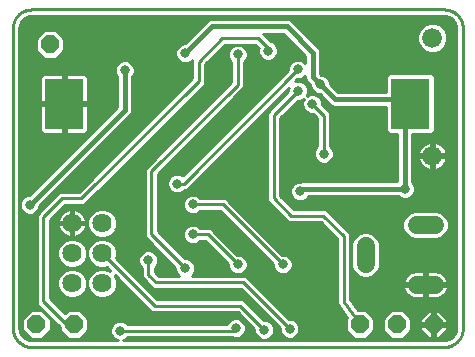
<source format=gbl>
G75*
%MOIN*%
%OFA0B0*%
%FSLAX25Y25*%
%IPPOS*%
%LPD*%
%AMOC8*
5,1,8,0,0,1.08239X$1,22.5*
%
%ADD10C,0.01000*%
%ADD11C,0.06600*%
%ADD12C,0.06000*%
%ADD13C,0.06400*%
%ADD14R,0.12992X0.16929*%
%ADD15OC8,0.06000*%
%ADD16C,0.03200*%
%ADD17C,0.01600*%
D10*
X0030024Y0051683D02*
X0167524Y0051683D01*
X0167524Y0053883D02*
X0060333Y0053883D01*
X0061393Y0054322D01*
X0061991Y0054920D01*
X0096705Y0054920D01*
X0097461Y0054607D01*
X0098774Y0054607D01*
X0099987Y0055109D01*
X0100915Y0056038D01*
X0101417Y0057250D01*
X0101417Y0058563D01*
X0100915Y0059776D01*
X0099987Y0060705D01*
X0098774Y0061207D01*
X0097461Y0061207D01*
X0096248Y0060705D01*
X0095320Y0059776D01*
X0095131Y0059320D01*
X0061991Y0059320D01*
X0061393Y0059918D01*
X0060180Y0060420D01*
X0058867Y0060420D01*
X0057655Y0059918D01*
X0056726Y0058989D01*
X0056224Y0057776D01*
X0056224Y0056464D01*
X0056726Y0055251D01*
X0057655Y0054322D01*
X0058715Y0053883D01*
X0030024Y0053883D01*
X0029234Y0053961D01*
X0027774Y0054566D01*
X0026657Y0055683D01*
X0026052Y0057143D01*
X0025974Y0057933D01*
X0025974Y0157933D01*
X0026052Y0158723D01*
X0026657Y0160183D01*
X0027774Y0161301D01*
X0029234Y0161905D01*
X0030024Y0161983D01*
X0167524Y0161983D01*
X0168314Y0161905D01*
X0169774Y0161301D01*
X0170892Y0160183D01*
X0171496Y0158723D01*
X0171574Y0157933D01*
X0171574Y0057933D01*
X0171496Y0057143D01*
X0170892Y0055683D01*
X0169774Y0054566D01*
X0168314Y0053961D01*
X0167524Y0053883D01*
X0168348Y0053975D02*
X0060554Y0053975D01*
X0058494Y0053975D02*
X0029201Y0053975D01*
X0029709Y0054483D02*
X0033602Y0054483D01*
X0036355Y0057236D01*
X0036355Y0061130D01*
X0033602Y0063883D01*
X0029709Y0063883D01*
X0026955Y0061130D01*
X0026955Y0057236D01*
X0029709Y0054483D01*
X0029219Y0054973D02*
X0027367Y0054973D01*
X0026537Y0055972D02*
X0028220Y0055972D01*
X0027222Y0056970D02*
X0026124Y0056970D01*
X0025974Y0057969D02*
X0026955Y0057969D01*
X0026955Y0058967D02*
X0025974Y0058967D01*
X0025974Y0059966D02*
X0026955Y0059966D01*
X0026955Y0060964D02*
X0025974Y0060964D01*
X0025974Y0061963D02*
X0027788Y0061963D01*
X0028787Y0062961D02*
X0025974Y0062961D01*
X0025974Y0063960D02*
X0033785Y0063960D01*
X0032965Y0064780D02*
X0039379Y0058366D01*
X0039379Y0057236D01*
X0042132Y0054483D01*
X0046026Y0054483D01*
X0048779Y0057236D01*
X0048779Y0061130D01*
X0046026Y0063883D01*
X0042132Y0063883D01*
X0041109Y0062859D01*
X0036076Y0067891D01*
X0036076Y0094001D01*
X0041102Y0099027D01*
X0047555Y0099027D01*
X0086701Y0138172D01*
X0087989Y0139461D01*
X0087989Y0145914D01*
X0094563Y0152488D01*
X0104651Y0152488D01*
X0105680Y0151459D01*
X0105525Y0151084D01*
X0105525Y0149772D01*
X0106027Y0148559D01*
X0106956Y0147630D01*
X0108168Y0147128D01*
X0109481Y0147128D01*
X0110694Y0147630D01*
X0111622Y0148559D01*
X0112125Y0149772D01*
X0112125Y0151084D01*
X0111622Y0152297D01*
X0110694Y0153226D01*
X0109742Y0153620D01*
X0109736Y0153626D01*
X0107762Y0155599D01*
X0107293Y0156068D01*
X0113980Y0156068D01*
X0121274Y0148775D01*
X0121274Y0146350D01*
X0120643Y0146981D01*
X0119431Y0147483D01*
X0118118Y0147483D01*
X0116905Y0146981D01*
X0115977Y0146052D01*
X0115474Y0144839D01*
X0100974Y0144839D01*
X0100974Y0143841D02*
X0115321Y0143841D01*
X0115474Y0143994D02*
X0080412Y0108932D01*
X0080374Y0108970D01*
X0079162Y0109472D01*
X0077849Y0109472D01*
X0076636Y0108970D01*
X0075708Y0108042D01*
X0075205Y0106829D01*
X0075205Y0105516D01*
X0075708Y0104303D01*
X0076636Y0103375D01*
X0077849Y0102872D01*
X0079162Y0102872D01*
X0080374Y0103375D01*
X0080972Y0103972D01*
X0081675Y0103972D01*
X0115719Y0138017D01*
X0115602Y0137733D01*
X0115602Y0136888D01*
X0108556Y0129842D01*
X0108556Y0100318D01*
X0115663Y0093212D01*
X0126416Y0093212D01*
X0131829Y0087799D01*
X0131829Y0067015D01*
X0131712Y0066290D01*
X0131829Y0066128D01*
X0131829Y0065928D01*
X0132349Y0065408D01*
X0135195Y0061467D01*
X0134858Y0061130D01*
X0134858Y0057236D01*
X0137612Y0054483D01*
X0141505Y0054483D01*
X0144258Y0057236D01*
X0144258Y0061130D01*
X0141505Y0063883D01*
X0138878Y0063883D01*
X0136229Y0067551D01*
X0136229Y0089621D01*
X0129528Y0096323D01*
X0128239Y0097612D01*
X0117486Y0097612D01*
X0112956Y0102141D01*
X0112956Y0128020D01*
X0118713Y0133777D01*
X0119558Y0133777D01*
X0120672Y0134238D01*
X0120284Y0133300D01*
X0120284Y0131987D01*
X0120786Y0130774D01*
X0121714Y0129846D01*
X0122927Y0129343D01*
X0123772Y0129343D01*
X0125222Y0127893D01*
X0125222Y0118539D01*
X0124625Y0117941D01*
X0124122Y0116728D01*
X0124122Y0115415D01*
X0124625Y0114203D01*
X0125553Y0113274D01*
X0126766Y0112772D01*
X0128079Y0112772D01*
X0129292Y0113274D01*
X0130220Y0114203D01*
X0130722Y0115415D01*
X0130722Y0116728D01*
X0130220Y0117941D01*
X0129622Y0118539D01*
X0129622Y0129716D01*
X0128334Y0131005D01*
X0126884Y0132455D01*
X0126884Y0133300D01*
X0126381Y0134513D01*
X0125453Y0135441D01*
X0124240Y0135943D01*
X0122927Y0135943D01*
X0121813Y0135482D01*
X0122202Y0136420D01*
X0122202Y0137733D01*
X0121699Y0138946D01*
X0120771Y0139874D01*
X0119558Y0140377D01*
X0118245Y0140377D01*
X0117961Y0140259D01*
X0118585Y0140883D01*
X0119431Y0140883D01*
X0120643Y0141385D01*
X0121274Y0142016D01*
X0121274Y0141186D01*
X0121655Y0140267D01*
X0122358Y0139564D01*
X0122974Y0138948D01*
X0122974Y0138527D01*
X0123477Y0137314D01*
X0124405Y0136385D01*
X0125618Y0135883D01*
X0126039Y0135883D01*
X0129155Y0132767D01*
X0129858Y0132064D01*
X0130777Y0131683D01*
X0148058Y0131683D01*
X0148058Y0123514D01*
X0149054Y0122519D01*
X0151981Y0122519D01*
X0151981Y0106851D01*
X0119843Y0106851D01*
X0119823Y0106842D01*
X0118875Y0106842D01*
X0117663Y0106340D01*
X0116734Y0105412D01*
X0116232Y0104199D01*
X0116232Y0102886D01*
X0116734Y0101673D01*
X0117663Y0100745D01*
X0118875Y0100242D01*
X0120188Y0100242D01*
X0121401Y0100745D01*
X0122329Y0101673D01*
X0122403Y0101851D01*
X0152315Y0101851D01*
X0152612Y0101553D01*
X0153825Y0101051D01*
X0155138Y0101051D01*
X0156351Y0101553D01*
X0157279Y0102481D01*
X0157781Y0103694D01*
X0157781Y0105007D01*
X0157279Y0106220D01*
X0156981Y0106518D01*
X0156981Y0122519D01*
X0163455Y0122519D01*
X0164451Y0123514D01*
X0164451Y0141852D01*
X0163455Y0142848D01*
X0149054Y0142848D01*
X0148058Y0141852D01*
X0148058Y0136683D01*
X0132310Y0136683D01*
X0129574Y0139419D01*
X0129574Y0139839D01*
X0129072Y0141052D01*
X0128143Y0141981D01*
X0126931Y0142483D01*
X0126510Y0142483D01*
X0126274Y0142719D01*
X0126274Y0150307D01*
X0125894Y0151226D01*
X0116432Y0160688D01*
X0115513Y0161068D01*
X0089710Y0161068D01*
X0088791Y0160688D01*
X0088087Y0159984D01*
X0081039Y0152936D01*
X0080618Y0152936D01*
X0079405Y0152433D01*
X0078477Y0151505D01*
X0077974Y0150292D01*
X0077974Y0148979D01*
X0078477Y0147766D01*
X0079405Y0146838D01*
X0080618Y0146336D01*
X0081931Y0146336D01*
X0083143Y0146838D01*
X0083589Y0147284D01*
X0083589Y0141283D01*
X0045733Y0103427D01*
X0039279Y0103427D01*
X0037990Y0102138D01*
X0031676Y0095824D01*
X0031676Y0066069D01*
X0032965Y0064780D01*
X0032787Y0064958D02*
X0025974Y0064958D01*
X0025974Y0065957D02*
X0031788Y0065957D01*
X0031676Y0066955D02*
X0025974Y0066955D01*
X0025974Y0067954D02*
X0031676Y0067954D01*
X0031676Y0068952D02*
X0025974Y0068952D01*
X0025974Y0069951D02*
X0031676Y0069951D01*
X0031676Y0070949D02*
X0025974Y0070949D01*
X0025974Y0071948D02*
X0031676Y0071948D01*
X0031676Y0072946D02*
X0025974Y0072946D01*
X0025974Y0073945D02*
X0031676Y0073945D01*
X0031676Y0074943D02*
X0025974Y0074943D01*
X0025974Y0075942D02*
X0031676Y0075942D01*
X0031676Y0076940D02*
X0025974Y0076940D01*
X0025974Y0077939D02*
X0031676Y0077939D01*
X0031676Y0078937D02*
X0025974Y0078937D01*
X0025974Y0079936D02*
X0031676Y0079936D01*
X0031676Y0080934D02*
X0025974Y0080934D01*
X0025974Y0081933D02*
X0031676Y0081933D01*
X0031676Y0082931D02*
X0025974Y0082931D01*
X0025974Y0083930D02*
X0031676Y0083930D01*
X0031676Y0084929D02*
X0025974Y0084929D01*
X0025974Y0085927D02*
X0031676Y0085927D01*
X0031676Y0086926D02*
X0025974Y0086926D01*
X0025974Y0087924D02*
X0031676Y0087924D01*
X0031676Y0088923D02*
X0025974Y0088923D01*
X0025974Y0089921D02*
X0031676Y0089921D01*
X0031676Y0090920D02*
X0025974Y0090920D01*
X0025974Y0091918D02*
X0031676Y0091918D01*
X0031676Y0092917D02*
X0025974Y0092917D01*
X0025974Y0093915D02*
X0031676Y0093915D01*
X0031676Y0094914D02*
X0025974Y0094914D01*
X0025974Y0095912D02*
X0028313Y0095912D01*
X0028691Y0095756D02*
X0030003Y0095756D01*
X0031216Y0096258D01*
X0032145Y0097186D01*
X0032647Y0098399D01*
X0032647Y0098820D01*
X0063161Y0129334D01*
X0063542Y0130253D01*
X0063542Y0141794D01*
X0063839Y0142091D01*
X0064342Y0143304D01*
X0064342Y0144617D01*
X0063839Y0145830D01*
X0062911Y0146758D01*
X0061698Y0147260D01*
X0060385Y0147260D01*
X0059172Y0146758D01*
X0058244Y0145830D01*
X0057742Y0144617D01*
X0057742Y0143304D01*
X0058244Y0142091D01*
X0058542Y0141794D01*
X0058542Y0131786D01*
X0029111Y0102356D01*
X0028691Y0102356D01*
X0027478Y0101853D01*
X0026549Y0100925D01*
X0026047Y0099712D01*
X0026047Y0098399D01*
X0026549Y0097186D01*
X0027478Y0096258D01*
X0028691Y0095756D01*
X0030381Y0095912D02*
X0031764Y0095912D01*
X0031869Y0096911D02*
X0032763Y0096911D01*
X0032444Y0097909D02*
X0033761Y0097909D01*
X0034760Y0098908D02*
X0032735Y0098908D01*
X0033733Y0099906D02*
X0035759Y0099906D01*
X0036757Y0100905D02*
X0034732Y0100905D01*
X0035730Y0101903D02*
X0037756Y0101903D01*
X0038754Y0102902D02*
X0036729Y0102902D01*
X0037727Y0103900D02*
X0046206Y0103900D01*
X0047205Y0104899D02*
X0038726Y0104899D01*
X0039724Y0105897D02*
X0048203Y0105897D01*
X0049202Y0106896D02*
X0040723Y0106896D01*
X0041721Y0107894D02*
X0050200Y0107894D01*
X0051199Y0108893D02*
X0042720Y0108893D01*
X0043718Y0109891D02*
X0052197Y0109891D01*
X0053196Y0110890D02*
X0044717Y0110890D01*
X0045715Y0111888D02*
X0054194Y0111888D01*
X0055193Y0112887D02*
X0046714Y0112887D01*
X0047712Y0113885D02*
X0056191Y0113885D01*
X0057190Y0114884D02*
X0048711Y0114884D01*
X0049709Y0115882D02*
X0058188Y0115882D01*
X0059187Y0116881D02*
X0050708Y0116881D01*
X0051706Y0117879D02*
X0060185Y0117879D01*
X0061184Y0118878D02*
X0052705Y0118878D01*
X0053703Y0119876D02*
X0062182Y0119876D01*
X0063181Y0120875D02*
X0054702Y0120875D01*
X0055700Y0121873D02*
X0064179Y0121873D01*
X0065178Y0122872D02*
X0056699Y0122872D01*
X0057697Y0123870D02*
X0066176Y0123870D01*
X0067175Y0124869D02*
X0058696Y0124869D01*
X0059694Y0125867D02*
X0068173Y0125867D01*
X0069172Y0126866D02*
X0060693Y0126866D01*
X0061691Y0127864D02*
X0070170Y0127864D01*
X0071169Y0128863D02*
X0062690Y0128863D01*
X0063380Y0129862D02*
X0072167Y0129862D01*
X0073166Y0130860D02*
X0063542Y0130860D01*
X0063542Y0131859D02*
X0074164Y0131859D01*
X0075163Y0132857D02*
X0063542Y0132857D01*
X0063542Y0133856D02*
X0076161Y0133856D01*
X0077160Y0134854D02*
X0063542Y0134854D01*
X0063542Y0135853D02*
X0078158Y0135853D01*
X0079157Y0136851D02*
X0063542Y0136851D01*
X0063542Y0137850D02*
X0080155Y0137850D01*
X0081154Y0138848D02*
X0063542Y0138848D01*
X0063542Y0139847D02*
X0082152Y0139847D01*
X0083151Y0140845D02*
X0063542Y0140845D01*
X0063592Y0141844D02*
X0083589Y0141844D01*
X0083589Y0142842D02*
X0064150Y0142842D01*
X0064342Y0143841D02*
X0083589Y0143841D01*
X0083589Y0144839D02*
X0064250Y0144839D01*
X0063831Y0145838D02*
X0083589Y0145838D01*
X0083589Y0146836D02*
X0083139Y0146836D01*
X0079409Y0146836D02*
X0062722Y0146836D01*
X0059361Y0146836D02*
X0025974Y0146836D01*
X0025974Y0145838D02*
X0058252Y0145838D01*
X0057834Y0144839D02*
X0025974Y0144839D01*
X0025974Y0143841D02*
X0057742Y0143841D01*
X0057933Y0142842D02*
X0025974Y0142842D01*
X0025974Y0141844D02*
X0033074Y0141844D01*
X0033006Y0141727D02*
X0032904Y0141345D01*
X0032904Y0133183D01*
X0040400Y0133183D01*
X0040400Y0132183D01*
X0032904Y0132183D01*
X0032904Y0124021D01*
X0033006Y0123640D01*
X0033204Y0123297D01*
X0033483Y0123018D01*
X0033825Y0122821D01*
X0034207Y0122719D01*
X0040400Y0122718D01*
X0040400Y0132183D01*
X0041400Y0132183D01*
X0041400Y0122719D01*
X0047594Y0122719D01*
X0047975Y0122821D01*
X0048317Y0123018D01*
X0048596Y0123297D01*
X0048794Y0123640D01*
X0048896Y0124021D01*
X0048896Y0132183D01*
X0041400Y0132183D01*
X0041400Y0133183D01*
X0040400Y0133183D01*
X0040400Y0142648D01*
X0034207Y0142648D01*
X0033825Y0142545D01*
X0033483Y0142348D01*
X0033204Y0142069D01*
X0033006Y0141727D01*
X0032904Y0140845D02*
X0025974Y0140845D01*
X0025974Y0139847D02*
X0032904Y0139847D01*
X0032904Y0138848D02*
X0025974Y0138848D01*
X0025974Y0137850D02*
X0032904Y0137850D01*
X0032904Y0136851D02*
X0025974Y0136851D01*
X0025974Y0135853D02*
X0032904Y0135853D01*
X0032904Y0134854D02*
X0025974Y0134854D01*
X0025974Y0133856D02*
X0032904Y0133856D01*
X0032904Y0131859D02*
X0025974Y0131859D01*
X0025974Y0132857D02*
X0040400Y0132857D01*
X0040400Y0131859D02*
X0041400Y0131859D01*
X0041400Y0132857D02*
X0058542Y0132857D01*
X0058542Y0131859D02*
X0048896Y0131859D01*
X0048896Y0130860D02*
X0057616Y0130860D01*
X0056617Y0129862D02*
X0048896Y0129862D01*
X0048896Y0128863D02*
X0055619Y0128863D01*
X0054620Y0127864D02*
X0048896Y0127864D01*
X0048896Y0126866D02*
X0053622Y0126866D01*
X0052623Y0125867D02*
X0048896Y0125867D01*
X0048896Y0124869D02*
X0051625Y0124869D01*
X0050626Y0123870D02*
X0048856Y0123870D01*
X0049628Y0122872D02*
X0048064Y0122872D01*
X0048629Y0121873D02*
X0025974Y0121873D01*
X0025974Y0120875D02*
X0047631Y0120875D01*
X0046632Y0119876D02*
X0025974Y0119876D01*
X0025974Y0118878D02*
X0045634Y0118878D01*
X0044635Y0117879D02*
X0025974Y0117879D01*
X0025974Y0116881D02*
X0043637Y0116881D01*
X0042638Y0115882D02*
X0025974Y0115882D01*
X0025974Y0114884D02*
X0041640Y0114884D01*
X0040641Y0113885D02*
X0025974Y0113885D01*
X0025974Y0112887D02*
X0039643Y0112887D01*
X0038644Y0111888D02*
X0025974Y0111888D01*
X0025974Y0110890D02*
X0037646Y0110890D01*
X0036647Y0109891D02*
X0025974Y0109891D01*
X0025974Y0108893D02*
X0035649Y0108893D01*
X0034650Y0107894D02*
X0025974Y0107894D01*
X0025974Y0106896D02*
X0033652Y0106896D01*
X0032653Y0105897D02*
X0025974Y0105897D01*
X0025974Y0104899D02*
X0031655Y0104899D01*
X0030656Y0103900D02*
X0025974Y0103900D01*
X0025974Y0102902D02*
X0029658Y0102902D01*
X0027598Y0101903D02*
X0025974Y0101903D01*
X0025974Y0100905D02*
X0026541Y0100905D01*
X0026127Y0099906D02*
X0025974Y0099906D01*
X0025974Y0098908D02*
X0026047Y0098908D01*
X0025974Y0097909D02*
X0026250Y0097909D01*
X0025974Y0096911D02*
X0026825Y0096911D01*
X0033876Y0094913D02*
X0040190Y0101227D01*
X0046644Y0101227D01*
X0085789Y0140372D01*
X0085789Y0146826D01*
X0093652Y0154688D01*
X0105562Y0154688D01*
X0108825Y0151426D01*
X0108825Y0150428D01*
X0105913Y0148833D02*
X0102074Y0148833D01*
X0102074Y0148527D02*
X0102074Y0149839D01*
X0101572Y0151052D01*
X0100643Y0151981D01*
X0099431Y0152483D01*
X0098118Y0152483D01*
X0096905Y0151981D01*
X0095977Y0151052D01*
X0095474Y0149839D01*
X0095474Y0148527D01*
X0095977Y0147314D01*
X0096574Y0146716D01*
X0096574Y0140012D01*
X0067735Y0111173D01*
X0067735Y0088361D01*
X0069024Y0087072D01*
X0077974Y0078122D01*
X0077974Y0077277D01*
X0078477Y0076064D01*
X0079136Y0075404D01*
X0072469Y0075404D01*
X0071149Y0076724D01*
X0071149Y0078090D01*
X0071747Y0078687D01*
X0072249Y0079900D01*
X0072249Y0081213D01*
X0071747Y0082426D01*
X0070818Y0083354D01*
X0069606Y0083856D01*
X0068293Y0083856D01*
X0067080Y0083354D01*
X0066152Y0082426D01*
X0065649Y0081213D01*
X0065649Y0079900D01*
X0066152Y0078687D01*
X0066749Y0078090D01*
X0066749Y0074902D01*
X0068038Y0073613D01*
X0070646Y0071004D01*
X0099694Y0071004D01*
X0112721Y0057977D01*
X0112721Y0057132D01*
X0113224Y0055919D01*
X0114152Y0054991D01*
X0115365Y0054488D01*
X0116678Y0054488D01*
X0117891Y0054991D01*
X0118819Y0055919D01*
X0119321Y0057132D01*
X0119321Y0058445D01*
X0118819Y0059658D01*
X0117891Y0060586D01*
X0116678Y0061088D01*
X0115833Y0061088D01*
X0102805Y0074116D01*
X0101517Y0075404D01*
X0083412Y0075404D01*
X0084072Y0076064D01*
X0084574Y0077277D01*
X0084574Y0078589D01*
X0084072Y0079802D01*
X0083143Y0080731D01*
X0081931Y0081233D01*
X0081085Y0081233D01*
X0072135Y0090183D01*
X0072135Y0109350D01*
X0100974Y0138189D01*
X0100974Y0140012D01*
X0100974Y0146716D01*
X0101572Y0147314D01*
X0102074Y0148527D01*
X0101788Y0147835D02*
X0106751Y0147835D01*
X0105525Y0149832D02*
X0102074Y0149832D01*
X0101664Y0150830D02*
X0105525Y0150830D01*
X0105310Y0151829D02*
X0100795Y0151829D01*
X0098774Y0149183D02*
X0098774Y0139100D01*
X0069935Y0110261D01*
X0069935Y0089272D01*
X0081274Y0077933D01*
X0084574Y0077939D02*
X0095718Y0077939D01*
X0095474Y0078527D02*
X0095977Y0077314D01*
X0096905Y0076385D01*
X0098118Y0075883D01*
X0099431Y0075883D01*
X0100643Y0076385D01*
X0101572Y0077314D01*
X0102074Y0078527D01*
X0102074Y0079839D01*
X0101572Y0081052D01*
X0100643Y0081981D01*
X0099431Y0082483D01*
X0098585Y0082483D01*
X0090974Y0090094D01*
X0089685Y0091383D01*
X0086241Y0091383D01*
X0085643Y0091981D01*
X0084431Y0092483D01*
X0083118Y0092483D01*
X0081905Y0091981D01*
X0080977Y0091052D01*
X0080474Y0089839D01*
X0080474Y0088527D01*
X0080977Y0087314D01*
X0081905Y0086385D01*
X0083118Y0085883D01*
X0084431Y0085883D01*
X0085643Y0086385D01*
X0086241Y0086983D01*
X0087863Y0086983D01*
X0095474Y0079372D01*
X0095474Y0078527D01*
X0095474Y0078937D02*
X0084430Y0078937D01*
X0083938Y0079936D02*
X0094910Y0079936D01*
X0093911Y0080934D02*
X0082651Y0080934D01*
X0080386Y0081933D02*
X0092913Y0081933D01*
X0091914Y0082931D02*
X0079387Y0082931D01*
X0078388Y0083930D02*
X0090916Y0083930D01*
X0089917Y0084929D02*
X0077390Y0084929D01*
X0076391Y0085927D02*
X0083012Y0085927D01*
X0084537Y0085927D02*
X0088919Y0085927D01*
X0087920Y0086926D02*
X0086184Y0086926D01*
X0083774Y0089183D02*
X0088774Y0089183D01*
X0098774Y0079183D01*
X0096350Y0076940D02*
X0084435Y0076940D01*
X0083950Y0075942D02*
X0097976Y0075942D01*
X0099573Y0075942D02*
X0112976Y0075942D01*
X0113118Y0075883D02*
X0114431Y0075883D01*
X0115643Y0076385D01*
X0116572Y0077314D01*
X0117074Y0078527D01*
X0117074Y0079839D01*
X0116572Y0081052D01*
X0115643Y0081981D01*
X0114431Y0082483D01*
X0113585Y0082483D01*
X0095974Y0100094D01*
X0094685Y0101383D01*
X0086241Y0101383D01*
X0085643Y0101981D01*
X0084431Y0102483D01*
X0083118Y0102483D01*
X0081905Y0101981D01*
X0080977Y0101052D01*
X0080474Y0099839D01*
X0080474Y0098527D01*
X0080977Y0097314D01*
X0081905Y0096385D01*
X0083118Y0095883D01*
X0084431Y0095883D01*
X0085643Y0096385D01*
X0086241Y0096983D01*
X0092863Y0096983D01*
X0110474Y0079372D01*
X0110474Y0078527D01*
X0110977Y0077314D01*
X0111905Y0076385D01*
X0113118Y0075883D01*
X0114573Y0075942D02*
X0131829Y0075942D01*
X0131829Y0076940D02*
X0116198Y0076940D01*
X0116831Y0077939D02*
X0131829Y0077939D01*
X0131829Y0078937D02*
X0117074Y0078937D01*
X0117034Y0079936D02*
X0131829Y0079936D01*
X0131829Y0080934D02*
X0116621Y0080934D01*
X0115691Y0081933D02*
X0131829Y0081933D01*
X0131829Y0082931D02*
X0113137Y0082931D01*
X0112138Y0083930D02*
X0131829Y0083930D01*
X0131829Y0084929D02*
X0111140Y0084929D01*
X0110141Y0085927D02*
X0131829Y0085927D01*
X0131829Y0086926D02*
X0109143Y0086926D01*
X0108144Y0087924D02*
X0131704Y0087924D01*
X0130705Y0088923D02*
X0107146Y0088923D01*
X0106147Y0089921D02*
X0129707Y0089921D01*
X0128708Y0090920D02*
X0105149Y0090920D01*
X0104150Y0091918D02*
X0127710Y0091918D01*
X0126711Y0092917D02*
X0103152Y0092917D01*
X0102153Y0093915D02*
X0114959Y0093915D01*
X0113961Y0094914D02*
X0101155Y0094914D01*
X0100156Y0095912D02*
X0112962Y0095912D01*
X0111964Y0096911D02*
X0099158Y0096911D01*
X0098159Y0097909D02*
X0110965Y0097909D01*
X0109967Y0098908D02*
X0097161Y0098908D01*
X0096162Y0099906D02*
X0108968Y0099906D01*
X0108556Y0100905D02*
X0095164Y0100905D01*
X0093774Y0099183D02*
X0083774Y0099183D01*
X0081380Y0096911D02*
X0072135Y0096911D01*
X0072135Y0097909D02*
X0080730Y0097909D01*
X0080474Y0098908D02*
X0072135Y0098908D01*
X0072135Y0099906D02*
X0080502Y0099906D01*
X0080915Y0100905D02*
X0072135Y0100905D01*
X0072135Y0101903D02*
X0081827Y0101903D01*
X0080900Y0103900D02*
X0108556Y0103900D01*
X0108556Y0102902D02*
X0079232Y0102902D01*
X0077778Y0102902D02*
X0072135Y0102902D01*
X0072135Y0103900D02*
X0076110Y0103900D01*
X0075461Y0104899D02*
X0072135Y0104899D01*
X0072135Y0105897D02*
X0075205Y0105897D01*
X0075233Y0106896D02*
X0072135Y0106896D01*
X0072135Y0107894D02*
X0075646Y0107894D01*
X0076559Y0108893D02*
X0072135Y0108893D01*
X0072676Y0109891D02*
X0081371Y0109891D01*
X0082370Y0110890D02*
X0073675Y0110890D01*
X0074673Y0111888D02*
X0083368Y0111888D01*
X0084367Y0112887D02*
X0075672Y0112887D01*
X0076670Y0113885D02*
X0085365Y0113885D01*
X0086364Y0114884D02*
X0077669Y0114884D01*
X0078667Y0115882D02*
X0087362Y0115882D01*
X0088361Y0116881D02*
X0079666Y0116881D01*
X0080664Y0117879D02*
X0089359Y0117879D01*
X0090358Y0118878D02*
X0081663Y0118878D01*
X0082661Y0119876D02*
X0091356Y0119876D01*
X0092355Y0120875D02*
X0083660Y0120875D01*
X0084658Y0121873D02*
X0093353Y0121873D01*
X0094352Y0122872D02*
X0085657Y0122872D01*
X0086655Y0123870D02*
X0095350Y0123870D01*
X0096349Y0124869D02*
X0087654Y0124869D01*
X0088652Y0125867D02*
X0097347Y0125867D01*
X0098346Y0126866D02*
X0089651Y0126866D01*
X0090649Y0127864D02*
X0099344Y0127864D01*
X0100343Y0128863D02*
X0091648Y0128863D01*
X0092647Y0129862D02*
X0101341Y0129862D01*
X0102340Y0130860D02*
X0093645Y0130860D01*
X0094644Y0131859D02*
X0103338Y0131859D01*
X0104337Y0132857D02*
X0095642Y0132857D01*
X0096641Y0133856D02*
X0105335Y0133856D01*
X0106334Y0134854D02*
X0097639Y0134854D01*
X0098638Y0135853D02*
X0107332Y0135853D01*
X0108331Y0136851D02*
X0099636Y0136851D01*
X0100635Y0137850D02*
X0109329Y0137850D01*
X0110328Y0138848D02*
X0100974Y0138848D01*
X0100974Y0139847D02*
X0111326Y0139847D01*
X0112325Y0140845D02*
X0100974Y0140845D01*
X0100974Y0141844D02*
X0113323Y0141844D01*
X0114322Y0142842D02*
X0100974Y0142842D01*
X0100974Y0145838D02*
X0115888Y0145838D01*
X0115474Y0144839D02*
X0115474Y0143994D01*
X0118774Y0144183D02*
X0080763Y0106172D01*
X0078505Y0106172D01*
X0082601Y0104899D02*
X0108556Y0104899D01*
X0108556Y0105897D02*
X0083600Y0105897D01*
X0084598Y0106896D02*
X0108556Y0106896D01*
X0108556Y0107894D02*
X0085597Y0107894D01*
X0086595Y0108893D02*
X0108556Y0108893D01*
X0108556Y0109891D02*
X0087594Y0109891D01*
X0088592Y0110890D02*
X0108556Y0110890D01*
X0108556Y0111888D02*
X0089591Y0111888D01*
X0090589Y0112887D02*
X0108556Y0112887D01*
X0108556Y0113885D02*
X0091588Y0113885D01*
X0092586Y0114884D02*
X0108556Y0114884D01*
X0108556Y0115882D02*
X0093585Y0115882D01*
X0094583Y0116881D02*
X0108556Y0116881D01*
X0108556Y0117879D02*
X0095582Y0117879D01*
X0096580Y0118878D02*
X0108556Y0118878D01*
X0108556Y0119876D02*
X0097579Y0119876D01*
X0098577Y0120875D02*
X0108556Y0120875D01*
X0108556Y0121873D02*
X0099576Y0121873D01*
X0100574Y0122872D02*
X0108556Y0122872D01*
X0108556Y0123870D02*
X0101573Y0123870D01*
X0102571Y0124869D02*
X0108556Y0124869D01*
X0108556Y0125867D02*
X0103570Y0125867D01*
X0104568Y0126866D02*
X0108556Y0126866D01*
X0108556Y0127864D02*
X0105567Y0127864D01*
X0106565Y0128863D02*
X0108556Y0128863D01*
X0108575Y0129862D02*
X0107564Y0129862D01*
X0108562Y0130860D02*
X0109574Y0130860D01*
X0109561Y0131859D02*
X0110572Y0131859D01*
X0110559Y0132857D02*
X0111571Y0132857D01*
X0111558Y0133856D02*
X0112569Y0133856D01*
X0112556Y0134854D02*
X0113568Y0134854D01*
X0113555Y0135853D02*
X0114566Y0135853D01*
X0114553Y0136851D02*
X0115565Y0136851D01*
X0115552Y0137850D02*
X0115650Y0137850D01*
X0118902Y0137077D02*
X0110756Y0128931D01*
X0110756Y0101230D01*
X0116574Y0095412D01*
X0127328Y0095412D01*
X0134029Y0088710D01*
X0134029Y0066839D01*
X0139558Y0059183D01*
X0136123Y0055972D02*
X0118841Y0055972D01*
X0119254Y0056970D02*
X0135124Y0056970D01*
X0134858Y0057969D02*
X0119321Y0057969D01*
X0119105Y0058967D02*
X0134858Y0058967D01*
X0134858Y0059966D02*
X0118511Y0059966D01*
X0116977Y0060964D02*
X0134858Y0060964D01*
X0134837Y0061963D02*
X0114958Y0061963D01*
X0113960Y0062961D02*
X0134116Y0062961D01*
X0133395Y0063960D02*
X0112961Y0063960D01*
X0111963Y0064958D02*
X0132674Y0064958D01*
X0131829Y0065957D02*
X0110964Y0065957D01*
X0109966Y0066955D02*
X0131819Y0066955D01*
X0131829Y0067954D02*
X0108967Y0067954D01*
X0107969Y0068952D02*
X0131829Y0068952D01*
X0131829Y0069951D02*
X0106970Y0069951D01*
X0105972Y0070949D02*
X0131829Y0070949D01*
X0131829Y0071948D02*
X0104973Y0071948D01*
X0103975Y0072946D02*
X0131829Y0072946D01*
X0131829Y0073945D02*
X0102976Y0073945D01*
X0101978Y0074943D02*
X0131829Y0074943D01*
X0136229Y0074943D02*
X0139864Y0074943D01*
X0140397Y0074723D02*
X0142267Y0074723D01*
X0143995Y0075438D01*
X0145317Y0076760D01*
X0146032Y0078488D01*
X0146032Y0086358D01*
X0145317Y0088085D01*
X0143995Y0089407D01*
X0142267Y0090123D01*
X0140397Y0090123D01*
X0138670Y0089407D01*
X0137348Y0088085D01*
X0136632Y0086358D01*
X0136632Y0078488D01*
X0137348Y0076760D01*
X0138670Y0075438D01*
X0140397Y0074723D01*
X0138166Y0075942D02*
X0136229Y0075942D01*
X0136229Y0076940D02*
X0137273Y0076940D01*
X0136860Y0077939D02*
X0136229Y0077939D01*
X0136229Y0078937D02*
X0136632Y0078937D01*
X0136632Y0079936D02*
X0136229Y0079936D01*
X0136229Y0080934D02*
X0136632Y0080934D01*
X0136632Y0081933D02*
X0136229Y0081933D01*
X0136229Y0082931D02*
X0136632Y0082931D01*
X0136632Y0083930D02*
X0136229Y0083930D01*
X0136229Y0084929D02*
X0136632Y0084929D01*
X0136632Y0085927D02*
X0136229Y0085927D01*
X0136229Y0086926D02*
X0136868Y0086926D01*
X0137281Y0087924D02*
X0136229Y0087924D01*
X0136229Y0088923D02*
X0138185Y0088923D01*
X0139911Y0089921D02*
X0135929Y0089921D01*
X0134931Y0090920D02*
X0153868Y0090920D01*
X0153632Y0091488D02*
X0154348Y0089760D01*
X0155670Y0088438D01*
X0157397Y0087723D01*
X0165267Y0087723D01*
X0166995Y0088438D01*
X0168317Y0089760D01*
X0169032Y0091488D01*
X0169032Y0093358D01*
X0168317Y0095085D01*
X0166995Y0096407D01*
X0165267Y0097123D01*
X0157397Y0097123D01*
X0155670Y0096407D01*
X0154348Y0095085D01*
X0153632Y0093358D01*
X0153632Y0091488D01*
X0153632Y0091918D02*
X0133932Y0091918D01*
X0132934Y0092917D02*
X0153632Y0092917D01*
X0153863Y0093915D02*
X0131935Y0093915D01*
X0130937Y0094914D02*
X0154277Y0094914D01*
X0155175Y0095912D02*
X0129938Y0095912D01*
X0128940Y0096911D02*
X0156886Y0096911D01*
X0156701Y0101903D02*
X0171574Y0101903D01*
X0171574Y0100905D02*
X0121561Y0100905D01*
X0117503Y0100905D02*
X0114192Y0100905D01*
X0113194Y0101903D02*
X0116639Y0101903D01*
X0116232Y0102902D02*
X0112956Y0102902D01*
X0112956Y0103900D02*
X0116232Y0103900D01*
X0116522Y0104899D02*
X0112956Y0104899D01*
X0112956Y0105897D02*
X0117220Y0105897D01*
X0112956Y0106896D02*
X0151981Y0106896D01*
X0151981Y0107894D02*
X0112956Y0107894D01*
X0112956Y0108893D02*
X0151981Y0108893D01*
X0151981Y0109891D02*
X0112956Y0109891D01*
X0112956Y0110890D02*
X0151981Y0110890D01*
X0151981Y0111888D02*
X0112956Y0111888D01*
X0112956Y0112887D02*
X0126488Y0112887D01*
X0124942Y0113885D02*
X0112956Y0113885D01*
X0112956Y0114884D02*
X0124343Y0114884D01*
X0124122Y0115882D02*
X0112956Y0115882D01*
X0112956Y0116881D02*
X0124186Y0116881D01*
X0124599Y0117879D02*
X0112956Y0117879D01*
X0112956Y0118878D02*
X0125222Y0118878D01*
X0125222Y0119876D02*
X0112956Y0119876D01*
X0112956Y0120875D02*
X0125222Y0120875D01*
X0125222Y0121873D02*
X0112956Y0121873D01*
X0112956Y0122872D02*
X0125222Y0122872D01*
X0125222Y0123870D02*
X0112956Y0123870D01*
X0112956Y0124869D02*
X0125222Y0124869D01*
X0125222Y0125867D02*
X0112956Y0125867D01*
X0112956Y0126866D02*
X0125222Y0126866D01*
X0125222Y0127864D02*
X0112956Y0127864D01*
X0113799Y0128863D02*
X0124253Y0128863D01*
X0121698Y0129862D02*
X0114798Y0129862D01*
X0115796Y0130860D02*
X0120750Y0130860D01*
X0120337Y0131859D02*
X0116795Y0131859D01*
X0117793Y0132857D02*
X0120284Y0132857D01*
X0120514Y0133856D02*
X0119749Y0133856D01*
X0121966Y0135853D02*
X0122708Y0135853D01*
X0122202Y0136851D02*
X0123939Y0136851D01*
X0124459Y0135853D02*
X0126069Y0135853D01*
X0126040Y0134854D02*
X0127068Y0134854D01*
X0126653Y0133856D02*
X0128066Y0133856D01*
X0129065Y0132857D02*
X0126884Y0132857D01*
X0127480Y0131859D02*
X0130353Y0131859D01*
X0129155Y0132767D02*
X0129155Y0132767D01*
X0128478Y0130860D02*
X0148058Y0130860D01*
X0148058Y0129862D02*
X0129477Y0129862D01*
X0129622Y0128863D02*
X0148058Y0128863D01*
X0148058Y0127864D02*
X0129622Y0127864D01*
X0129622Y0126866D02*
X0148058Y0126866D01*
X0148058Y0125867D02*
X0129622Y0125867D01*
X0129622Y0124869D02*
X0148058Y0124869D01*
X0148058Y0123870D02*
X0129622Y0123870D01*
X0129622Y0122872D02*
X0148701Y0122872D01*
X0151981Y0121873D02*
X0129622Y0121873D01*
X0129622Y0120875D02*
X0151981Y0120875D01*
X0151981Y0119876D02*
X0129622Y0119876D01*
X0129622Y0118878D02*
X0151981Y0118878D01*
X0151981Y0117879D02*
X0130246Y0117879D01*
X0130659Y0116881D02*
X0151981Y0116881D01*
X0151981Y0115882D02*
X0130722Y0115882D01*
X0130502Y0114884D02*
X0151981Y0114884D01*
X0151981Y0113885D02*
X0129903Y0113885D01*
X0128356Y0112887D02*
X0151981Y0112887D01*
X0156981Y0112887D02*
X0159498Y0112887D01*
X0159515Y0112853D02*
X0159959Y0112242D01*
X0160493Y0111708D01*
X0161104Y0111264D01*
X0161778Y0110921D01*
X0162496Y0110687D01*
X0163120Y0110588D01*
X0163120Y0114869D01*
X0164120Y0114869D01*
X0164120Y0110588D01*
X0164744Y0110687D01*
X0165463Y0110921D01*
X0166136Y0111264D01*
X0166747Y0111708D01*
X0167281Y0112242D01*
X0167725Y0112853D01*
X0168068Y0113527D01*
X0168302Y0114245D01*
X0168401Y0114869D01*
X0164120Y0114869D01*
X0164120Y0115869D01*
X0168401Y0115869D01*
X0168302Y0116493D01*
X0168068Y0117212D01*
X0167725Y0117885D01*
X0167281Y0118496D01*
X0166747Y0119030D01*
X0166136Y0119474D01*
X0165463Y0119817D01*
X0164744Y0120051D01*
X0164120Y0120150D01*
X0164120Y0115869D01*
X0163120Y0115869D01*
X0163120Y0114869D01*
X0158839Y0114869D01*
X0158938Y0114245D01*
X0159172Y0113527D01*
X0159515Y0112853D01*
X0159055Y0113885D02*
X0156981Y0113885D01*
X0156981Y0114884D02*
X0163120Y0114884D01*
X0163120Y0115869D02*
X0158839Y0115869D01*
X0158938Y0116493D01*
X0159172Y0117212D01*
X0159515Y0117885D01*
X0159959Y0118496D01*
X0160493Y0119030D01*
X0161104Y0119474D01*
X0161778Y0119817D01*
X0162496Y0120051D01*
X0163120Y0120150D01*
X0163120Y0115869D01*
X0163120Y0115882D02*
X0164120Y0115882D01*
X0164120Y0114884D02*
X0171574Y0114884D01*
X0171574Y0115882D02*
X0168399Y0115882D01*
X0168176Y0116881D02*
X0171574Y0116881D01*
X0171574Y0117879D02*
X0167728Y0117879D01*
X0166900Y0118878D02*
X0171574Y0118878D01*
X0171574Y0119876D02*
X0165281Y0119876D01*
X0164120Y0119876D02*
X0163120Y0119876D01*
X0163120Y0118878D02*
X0164120Y0118878D01*
X0164120Y0117879D02*
X0163120Y0117879D01*
X0163120Y0116881D02*
X0164120Y0116881D01*
X0164120Y0113885D02*
X0163120Y0113885D01*
X0163120Y0112887D02*
X0164120Y0112887D01*
X0164120Y0111888D02*
X0163120Y0111888D01*
X0163120Y0110890D02*
X0164120Y0110890D01*
X0165367Y0110890D02*
X0171574Y0110890D01*
X0171574Y0111888D02*
X0166927Y0111888D01*
X0167742Y0112887D02*
X0171574Y0112887D01*
X0171574Y0113885D02*
X0168185Y0113885D01*
X0171574Y0109891D02*
X0156981Y0109891D01*
X0156981Y0108893D02*
X0171574Y0108893D01*
X0171574Y0107894D02*
X0156981Y0107894D01*
X0156981Y0106896D02*
X0171574Y0106896D01*
X0171574Y0105897D02*
X0157413Y0105897D01*
X0157781Y0104899D02*
X0171574Y0104899D01*
X0171574Y0103900D02*
X0157781Y0103900D01*
X0157453Y0102902D02*
X0171574Y0102902D01*
X0171574Y0099906D02*
X0115191Y0099906D01*
X0116189Y0098908D02*
X0171574Y0098908D01*
X0171574Y0097909D02*
X0117188Y0097909D01*
X0108556Y0101903D02*
X0085721Y0101903D01*
X0086169Y0096911D02*
X0092935Y0096911D01*
X0093934Y0095912D02*
X0084501Y0095912D01*
X0083048Y0095912D02*
X0072135Y0095912D01*
X0072135Y0094914D02*
X0094932Y0094914D01*
X0095931Y0093915D02*
X0072135Y0093915D01*
X0072135Y0092917D02*
X0096929Y0092917D01*
X0097928Y0091918D02*
X0085706Y0091918D01*
X0081842Y0091918D02*
X0072135Y0091918D01*
X0072135Y0090920D02*
X0080922Y0090920D01*
X0080508Y0089921D02*
X0072397Y0089921D01*
X0073396Y0088923D02*
X0080474Y0088923D01*
X0080724Y0087924D02*
X0074394Y0087924D01*
X0075393Y0086926D02*
X0081365Y0086926D01*
X0075161Y0080934D02*
X0072249Y0080934D01*
X0072249Y0079936D02*
X0076160Y0079936D01*
X0077159Y0078937D02*
X0071850Y0078937D01*
X0071149Y0077939D02*
X0077974Y0077939D01*
X0078113Y0076940D02*
X0071149Y0076940D01*
X0071931Y0075942D02*
X0078598Y0075942D01*
X0071558Y0073204D02*
X0068949Y0075813D01*
X0068949Y0080556D01*
X0066657Y0082931D02*
X0058424Y0082931D01*
X0058424Y0081958D02*
X0058424Y0083908D01*
X0057678Y0085709D01*
X0056300Y0087087D01*
X0054499Y0087833D01*
X0052549Y0087833D01*
X0050749Y0087087D01*
X0049370Y0085709D01*
X0048624Y0083908D01*
X0048624Y0081958D01*
X0049370Y0080157D01*
X0050749Y0078779D01*
X0052549Y0078033D01*
X0054499Y0078033D01*
X0055074Y0078272D01*
X0056230Y0077116D01*
X0054499Y0077833D01*
X0052549Y0077833D01*
X0050749Y0077087D01*
X0049370Y0075709D01*
X0048624Y0073908D01*
X0048624Y0071958D01*
X0049370Y0070157D01*
X0050749Y0068779D01*
X0052549Y0068033D01*
X0054499Y0068033D01*
X0056300Y0068779D01*
X0057678Y0070157D01*
X0058424Y0071958D01*
X0058424Y0073908D01*
X0057707Y0075639D01*
X0068880Y0064466D01*
X0070168Y0063178D01*
X0098746Y0063178D01*
X0104303Y0057621D01*
X0104303Y0056776D01*
X0104805Y0055563D01*
X0105734Y0054635D01*
X0106946Y0054133D01*
X0108259Y0054133D01*
X0109472Y0054635D01*
X0110400Y0055563D01*
X0110903Y0056776D01*
X0110903Y0058089D01*
X0110400Y0059302D01*
X0109472Y0060230D01*
X0108259Y0060733D01*
X0107414Y0060733D01*
X0100569Y0067578D01*
X0071991Y0067578D01*
X0058186Y0081383D01*
X0058424Y0081958D01*
X0058414Y0081933D02*
X0065947Y0081933D01*
X0065649Y0080934D02*
X0058634Y0080934D01*
X0059633Y0079936D02*
X0065649Y0079936D01*
X0066048Y0078937D02*
X0060631Y0078937D01*
X0061630Y0077939D02*
X0066749Y0077939D01*
X0066749Y0076940D02*
X0062628Y0076940D01*
X0063627Y0075942D02*
X0066749Y0075942D01*
X0066749Y0074943D02*
X0064625Y0074943D01*
X0065624Y0073945D02*
X0067706Y0073945D01*
X0068704Y0072946D02*
X0066622Y0072946D01*
X0067621Y0071948D02*
X0069703Y0071948D01*
X0068619Y0070949D02*
X0099749Y0070949D01*
X0100748Y0069951D02*
X0069618Y0069951D01*
X0070616Y0068952D02*
X0101746Y0068952D01*
X0102745Y0067954D02*
X0071615Y0067954D01*
X0071080Y0065378D02*
X0099658Y0065378D01*
X0107603Y0057433D01*
X0109810Y0054973D02*
X0114194Y0054973D01*
X0113202Y0055972D02*
X0110570Y0055972D01*
X0110903Y0056970D02*
X0112788Y0056970D01*
X0112721Y0057969D02*
X0110903Y0057969D01*
X0110539Y0058967D02*
X0111731Y0058967D01*
X0110733Y0059966D02*
X0109737Y0059966D01*
X0109734Y0060964D02*
X0107182Y0060964D01*
X0106184Y0061963D02*
X0108736Y0061963D01*
X0107737Y0062961D02*
X0105185Y0062961D01*
X0104187Y0063960D02*
X0106739Y0063960D01*
X0105740Y0064958D02*
X0103188Y0064958D01*
X0102190Y0065957D02*
X0104742Y0065957D01*
X0103743Y0066955D02*
X0101191Y0066955D01*
X0098963Y0062961D02*
X0046948Y0062961D01*
X0047946Y0061963D02*
X0099961Y0061963D01*
X0099360Y0060964D02*
X0100960Y0060964D01*
X0100725Y0059966D02*
X0101958Y0059966D01*
X0101250Y0058967D02*
X0102957Y0058967D01*
X0103955Y0057969D02*
X0101417Y0057969D01*
X0101301Y0056970D02*
X0104303Y0056970D01*
X0104636Y0055972D02*
X0100849Y0055972D01*
X0099658Y0054973D02*
X0105395Y0054973D01*
X0098117Y0057907D02*
X0097330Y0057120D01*
X0059524Y0057120D01*
X0059721Y0056922D01*
X0057004Y0054973D02*
X0046516Y0054973D01*
X0047515Y0055972D02*
X0056428Y0055972D01*
X0056224Y0056970D02*
X0048513Y0056970D01*
X0048779Y0057969D02*
X0056303Y0057969D01*
X0056717Y0058967D02*
X0048779Y0058967D01*
X0048779Y0059966D02*
X0057771Y0059966D01*
X0061277Y0059966D02*
X0095509Y0059966D01*
X0096875Y0060964D02*
X0048779Y0060964D01*
X0044079Y0059183D02*
X0041633Y0059223D01*
X0033876Y0066980D01*
X0033876Y0094913D01*
X0036076Y0093915D02*
X0038921Y0093915D01*
X0038940Y0094034D02*
X0038827Y0093319D01*
X0043138Y0093319D01*
X0043138Y0092547D01*
X0038827Y0092547D01*
X0038940Y0091832D01*
X0039169Y0091129D01*
X0039504Y0090470D01*
X0039939Y0089871D01*
X0040462Y0089348D01*
X0041061Y0088913D01*
X0041720Y0088577D01*
X0042424Y0088349D01*
X0043138Y0088236D01*
X0043138Y0092547D01*
X0043910Y0092547D01*
X0043910Y0088236D01*
X0044625Y0088349D01*
X0045328Y0088577D01*
X0045987Y0088913D01*
X0046586Y0089348D01*
X0047109Y0089871D01*
X0047544Y0090470D01*
X0047880Y0091129D01*
X0048108Y0091832D01*
X0048222Y0092547D01*
X0043910Y0092547D01*
X0043910Y0093319D01*
X0043138Y0093319D01*
X0043138Y0097631D01*
X0042424Y0097517D01*
X0041720Y0097289D01*
X0041061Y0096953D01*
X0040462Y0096518D01*
X0039939Y0095995D01*
X0039504Y0095396D01*
X0039169Y0094737D01*
X0038940Y0094034D01*
X0039258Y0094914D02*
X0036988Y0094914D01*
X0037987Y0095912D02*
X0039879Y0095912D01*
X0038986Y0096911D02*
X0041003Y0096911D01*
X0039984Y0097909D02*
X0067735Y0097909D01*
X0067735Y0096911D02*
X0056476Y0096911D01*
X0056300Y0097087D02*
X0054499Y0097833D01*
X0052549Y0097833D01*
X0050749Y0097087D01*
X0049370Y0095709D01*
X0048624Y0093908D01*
X0048624Y0091958D01*
X0049370Y0090157D01*
X0050749Y0088779D01*
X0052549Y0088033D01*
X0054499Y0088033D01*
X0056300Y0088779D01*
X0057678Y0090157D01*
X0058424Y0091958D01*
X0058424Y0093908D01*
X0057678Y0095709D01*
X0056300Y0097087D01*
X0057475Y0095912D02*
X0067735Y0095912D01*
X0067735Y0094914D02*
X0058008Y0094914D01*
X0058421Y0093915D02*
X0067735Y0093915D01*
X0067735Y0092917D02*
X0058424Y0092917D01*
X0058407Y0091918D02*
X0067735Y0091918D01*
X0067735Y0090920D02*
X0057994Y0090920D01*
X0057442Y0089921D02*
X0067735Y0089921D01*
X0067735Y0088923D02*
X0056443Y0088923D01*
X0056461Y0086926D02*
X0069170Y0086926D01*
X0068172Y0087924D02*
X0036076Y0087924D01*
X0036076Y0086926D02*
X0040587Y0086926D01*
X0040749Y0087087D02*
X0039370Y0085709D01*
X0038624Y0083908D01*
X0038624Y0081958D01*
X0039370Y0080157D01*
X0040749Y0078779D01*
X0042549Y0078033D01*
X0044499Y0078033D01*
X0046300Y0078779D01*
X0047678Y0080157D01*
X0048424Y0081958D01*
X0048424Y0083908D01*
X0047678Y0085709D01*
X0046300Y0087087D01*
X0044499Y0087833D01*
X0042549Y0087833D01*
X0040749Y0087087D01*
X0039588Y0085927D02*
X0036076Y0085927D01*
X0036076Y0084929D02*
X0039047Y0084929D01*
X0038633Y0083930D02*
X0036076Y0083930D01*
X0036076Y0082931D02*
X0038624Y0082931D01*
X0038635Y0081933D02*
X0036076Y0081933D01*
X0036076Y0080934D02*
X0039048Y0080934D01*
X0039592Y0079936D02*
X0036076Y0079936D01*
X0036076Y0078937D02*
X0040590Y0078937D01*
X0040749Y0077087D02*
X0039370Y0075709D01*
X0038624Y0073908D01*
X0038624Y0071958D01*
X0039370Y0070157D01*
X0040749Y0068779D01*
X0042549Y0068033D01*
X0044499Y0068033D01*
X0046300Y0068779D01*
X0047678Y0070157D01*
X0048424Y0071958D01*
X0048424Y0073908D01*
X0047678Y0075709D01*
X0046300Y0077087D01*
X0044499Y0077833D01*
X0042549Y0077833D01*
X0040749Y0077087D01*
X0040602Y0076940D02*
X0036076Y0076940D01*
X0036076Y0075942D02*
X0039603Y0075942D01*
X0039053Y0074943D02*
X0036076Y0074943D01*
X0036076Y0073945D02*
X0038640Y0073945D01*
X0038624Y0072946D02*
X0036076Y0072946D01*
X0036076Y0071948D02*
X0038629Y0071948D01*
X0039042Y0070949D02*
X0036076Y0070949D01*
X0036076Y0069951D02*
X0039577Y0069951D01*
X0040575Y0068952D02*
X0036076Y0068952D01*
X0036076Y0067954D02*
X0065392Y0067954D01*
X0064394Y0068952D02*
X0056473Y0068952D01*
X0057472Y0069951D02*
X0063395Y0069951D01*
X0062397Y0070949D02*
X0058006Y0070949D01*
X0058420Y0071948D02*
X0061398Y0071948D01*
X0060400Y0072946D02*
X0058424Y0072946D01*
X0058409Y0073945D02*
X0059401Y0073945D01*
X0058403Y0074943D02*
X0057995Y0074943D01*
X0055407Y0077939D02*
X0036076Y0077939D01*
X0046446Y0076940D02*
X0050602Y0076940D01*
X0049603Y0075942D02*
X0047445Y0075942D01*
X0047995Y0074943D02*
X0049053Y0074943D01*
X0048640Y0073945D02*
X0048409Y0073945D01*
X0048424Y0072946D02*
X0048624Y0072946D01*
X0048629Y0071948D02*
X0048420Y0071948D01*
X0048006Y0070949D02*
X0049042Y0070949D01*
X0049577Y0069951D02*
X0047472Y0069951D01*
X0046473Y0068952D02*
X0050575Y0068952D01*
X0041211Y0062961D02*
X0041006Y0062961D01*
X0040008Y0063960D02*
X0069386Y0063960D01*
X0068388Y0064958D02*
X0039009Y0064958D01*
X0038011Y0065957D02*
X0067389Y0065957D01*
X0066391Y0066955D02*
X0037012Y0066955D01*
X0034784Y0062961D02*
X0034524Y0062961D01*
X0035523Y0061963D02*
X0035782Y0061963D01*
X0036355Y0060964D02*
X0036781Y0060964D01*
X0036355Y0059966D02*
X0037779Y0059966D01*
X0038778Y0058967D02*
X0036355Y0058967D01*
X0036355Y0057969D02*
X0039379Y0057969D01*
X0039645Y0056970D02*
X0036089Y0056970D01*
X0035091Y0055972D02*
X0040644Y0055972D01*
X0041642Y0054973D02*
X0034092Y0054973D01*
X0030024Y0051683D02*
X0029868Y0051685D01*
X0029712Y0051691D01*
X0029557Y0051700D01*
X0029402Y0051714D01*
X0029247Y0051732D01*
X0029092Y0051753D01*
X0028939Y0051778D01*
X0028786Y0051807D01*
X0028633Y0051840D01*
X0028482Y0051876D01*
X0028331Y0051917D01*
X0028182Y0051961D01*
X0028033Y0052008D01*
X0027886Y0052060D01*
X0027741Y0052115D01*
X0027596Y0052174D01*
X0027453Y0052236D01*
X0027312Y0052302D01*
X0027173Y0052371D01*
X0027035Y0052444D01*
X0026899Y0052520D01*
X0026765Y0052600D01*
X0026633Y0052683D01*
X0026503Y0052769D01*
X0026376Y0052858D01*
X0026250Y0052951D01*
X0026127Y0053047D01*
X0026007Y0053145D01*
X0025888Y0053247D01*
X0025773Y0053351D01*
X0025660Y0053459D01*
X0025550Y0053569D01*
X0025442Y0053682D01*
X0025338Y0053797D01*
X0025236Y0053916D01*
X0025138Y0054036D01*
X0025042Y0054159D01*
X0024949Y0054285D01*
X0024860Y0054412D01*
X0024774Y0054542D01*
X0024691Y0054674D01*
X0024611Y0054808D01*
X0024535Y0054944D01*
X0024462Y0055082D01*
X0024393Y0055221D01*
X0024327Y0055362D01*
X0024265Y0055505D01*
X0024206Y0055650D01*
X0024151Y0055795D01*
X0024099Y0055942D01*
X0024052Y0056091D01*
X0024008Y0056240D01*
X0023967Y0056391D01*
X0023931Y0056542D01*
X0023898Y0056695D01*
X0023869Y0056848D01*
X0023844Y0057001D01*
X0023823Y0057156D01*
X0023805Y0057311D01*
X0023791Y0057466D01*
X0023782Y0057621D01*
X0023776Y0057777D01*
X0023774Y0057933D01*
X0023774Y0157933D01*
X0025974Y0157820D02*
X0085923Y0157820D01*
X0086921Y0158818D02*
X0026091Y0158818D01*
X0026505Y0159817D02*
X0087920Y0159817D01*
X0089099Y0160815D02*
X0027289Y0160815D01*
X0029013Y0161814D02*
X0168535Y0161814D01*
X0170259Y0160815D02*
X0116124Y0160815D01*
X0117303Y0159817D02*
X0171043Y0159817D01*
X0171457Y0158818D02*
X0166612Y0158818D01*
X0166452Y0158978D02*
X0164615Y0159739D01*
X0162626Y0159739D01*
X0160788Y0158978D01*
X0159381Y0157571D01*
X0158620Y0155734D01*
X0158620Y0153745D01*
X0159381Y0151907D01*
X0160788Y0150500D01*
X0162626Y0149739D01*
X0164615Y0149739D01*
X0166452Y0150500D01*
X0167859Y0151907D01*
X0168620Y0153745D01*
X0168620Y0155734D01*
X0167859Y0157571D01*
X0166452Y0158978D01*
X0167524Y0164183D02*
X0167680Y0164181D01*
X0167836Y0164175D01*
X0167991Y0164166D01*
X0168146Y0164152D01*
X0168301Y0164134D01*
X0168456Y0164113D01*
X0168609Y0164088D01*
X0168762Y0164059D01*
X0168915Y0164026D01*
X0169066Y0163990D01*
X0169217Y0163949D01*
X0169366Y0163905D01*
X0169515Y0163858D01*
X0169662Y0163806D01*
X0169807Y0163751D01*
X0169952Y0163692D01*
X0170095Y0163630D01*
X0170236Y0163564D01*
X0170375Y0163495D01*
X0170513Y0163422D01*
X0170649Y0163346D01*
X0170783Y0163266D01*
X0170915Y0163183D01*
X0171045Y0163097D01*
X0171172Y0163008D01*
X0171298Y0162915D01*
X0171421Y0162819D01*
X0171541Y0162721D01*
X0171660Y0162619D01*
X0171775Y0162515D01*
X0171888Y0162407D01*
X0171998Y0162297D01*
X0172106Y0162184D01*
X0172210Y0162069D01*
X0172312Y0161950D01*
X0172410Y0161830D01*
X0172506Y0161707D01*
X0172599Y0161581D01*
X0172688Y0161454D01*
X0172774Y0161324D01*
X0172857Y0161192D01*
X0172937Y0161058D01*
X0173013Y0160922D01*
X0173086Y0160784D01*
X0173155Y0160645D01*
X0173221Y0160504D01*
X0173283Y0160361D01*
X0173342Y0160216D01*
X0173397Y0160071D01*
X0173449Y0159924D01*
X0173496Y0159775D01*
X0173540Y0159626D01*
X0173581Y0159475D01*
X0173617Y0159324D01*
X0173650Y0159171D01*
X0173679Y0159018D01*
X0173704Y0158865D01*
X0173725Y0158710D01*
X0173743Y0158555D01*
X0173757Y0158400D01*
X0173766Y0158245D01*
X0173772Y0158089D01*
X0173774Y0157933D01*
X0173774Y0057933D01*
X0171574Y0057969D02*
X0168571Y0057969D01*
X0168571Y0057319D02*
X0168571Y0058683D01*
X0164571Y0058683D01*
X0164571Y0054683D01*
X0165935Y0054683D01*
X0168571Y0057319D01*
X0168222Y0056970D02*
X0171425Y0056970D01*
X0171011Y0055972D02*
X0167224Y0055972D01*
X0166225Y0054973D02*
X0170182Y0054973D01*
X0167524Y0051683D02*
X0167680Y0051685D01*
X0167836Y0051691D01*
X0167991Y0051700D01*
X0168146Y0051714D01*
X0168301Y0051732D01*
X0168456Y0051753D01*
X0168609Y0051778D01*
X0168762Y0051807D01*
X0168915Y0051840D01*
X0169066Y0051876D01*
X0169217Y0051917D01*
X0169366Y0051961D01*
X0169515Y0052008D01*
X0169662Y0052060D01*
X0169807Y0052115D01*
X0169952Y0052174D01*
X0170095Y0052236D01*
X0170236Y0052302D01*
X0170375Y0052371D01*
X0170513Y0052444D01*
X0170649Y0052520D01*
X0170783Y0052600D01*
X0170915Y0052683D01*
X0171045Y0052769D01*
X0171172Y0052858D01*
X0171298Y0052951D01*
X0171421Y0053047D01*
X0171541Y0053145D01*
X0171660Y0053247D01*
X0171775Y0053351D01*
X0171888Y0053459D01*
X0171998Y0053569D01*
X0172106Y0053682D01*
X0172210Y0053797D01*
X0172312Y0053916D01*
X0172410Y0054036D01*
X0172506Y0054159D01*
X0172599Y0054285D01*
X0172688Y0054412D01*
X0172774Y0054542D01*
X0172857Y0054674D01*
X0172937Y0054808D01*
X0173013Y0054944D01*
X0173086Y0055082D01*
X0173155Y0055221D01*
X0173221Y0055362D01*
X0173283Y0055505D01*
X0173342Y0055650D01*
X0173397Y0055795D01*
X0173449Y0055942D01*
X0173496Y0056091D01*
X0173540Y0056240D01*
X0173581Y0056391D01*
X0173617Y0056542D01*
X0173650Y0056695D01*
X0173679Y0056848D01*
X0173704Y0057001D01*
X0173725Y0057156D01*
X0173743Y0057311D01*
X0173757Y0057466D01*
X0173766Y0057621D01*
X0173772Y0057777D01*
X0173774Y0057933D01*
X0171574Y0058967D02*
X0164571Y0058967D01*
X0164571Y0058683D02*
X0164571Y0059683D01*
X0168571Y0059683D01*
X0168571Y0061047D01*
X0165935Y0063683D01*
X0164571Y0063683D01*
X0164571Y0059683D01*
X0163571Y0059683D01*
X0163571Y0058683D01*
X0164571Y0058683D01*
X0164571Y0057969D02*
X0163571Y0057969D01*
X0163571Y0058683D02*
X0163571Y0054683D01*
X0162207Y0054683D01*
X0159571Y0057319D01*
X0159571Y0058683D01*
X0163571Y0058683D01*
X0163571Y0058967D02*
X0156451Y0058967D01*
X0156451Y0057969D02*
X0159571Y0057969D01*
X0159920Y0056970D02*
X0156185Y0056970D01*
X0156451Y0057236D02*
X0153698Y0054483D01*
X0149804Y0054483D01*
X0147051Y0057236D01*
X0147051Y0061130D01*
X0149804Y0063883D01*
X0153698Y0063883D01*
X0156451Y0061130D01*
X0156451Y0057236D01*
X0155186Y0055972D02*
X0160918Y0055972D01*
X0161917Y0054973D02*
X0154188Y0054973D01*
X0149314Y0054973D02*
X0141995Y0054973D01*
X0142994Y0055972D02*
X0148315Y0055972D01*
X0147317Y0056970D02*
X0143992Y0056970D01*
X0144258Y0057969D02*
X0147051Y0057969D01*
X0147051Y0058967D02*
X0144258Y0058967D01*
X0144258Y0059966D02*
X0147051Y0059966D01*
X0147051Y0060964D02*
X0144258Y0060964D01*
X0143426Y0061963D02*
X0147884Y0061963D01*
X0148882Y0062961D02*
X0142427Y0062961D01*
X0138822Y0063960D02*
X0171574Y0063960D01*
X0171574Y0064958D02*
X0138101Y0064958D01*
X0137380Y0065957D02*
X0171574Y0065957D01*
X0171574Y0066955D02*
X0136659Y0066955D01*
X0136229Y0067954D02*
X0157781Y0067954D01*
X0157978Y0067923D02*
X0160832Y0067923D01*
X0160832Y0071923D01*
X0153855Y0071923D01*
X0153943Y0071369D01*
X0154162Y0070695D01*
X0154484Y0070064D01*
X0154900Y0069491D01*
X0155401Y0068990D01*
X0155974Y0068574D01*
X0156605Y0068252D01*
X0157278Y0068033D01*
X0157978Y0067923D01*
X0155453Y0068952D02*
X0136229Y0068952D01*
X0136229Y0069951D02*
X0154566Y0069951D01*
X0154079Y0070949D02*
X0136229Y0070949D01*
X0136229Y0071948D02*
X0160832Y0071948D01*
X0160832Y0071923D02*
X0160832Y0072923D01*
X0160832Y0076923D01*
X0157978Y0076923D01*
X0157278Y0076812D01*
X0156605Y0076593D01*
X0155974Y0076271D01*
X0155401Y0075855D01*
X0154900Y0075354D01*
X0154484Y0074781D01*
X0154162Y0074150D01*
X0153943Y0073476D01*
X0153855Y0072923D01*
X0160832Y0072923D01*
X0161832Y0072923D01*
X0161832Y0076923D01*
X0164686Y0076923D01*
X0165386Y0076812D01*
X0166060Y0076593D01*
X0166691Y0076271D01*
X0167264Y0075855D01*
X0167765Y0075354D01*
X0168181Y0074781D01*
X0168503Y0074150D01*
X0168721Y0073476D01*
X0168809Y0072923D01*
X0161832Y0072923D01*
X0161832Y0071923D01*
X0168809Y0071923D01*
X0168721Y0071369D01*
X0168503Y0070695D01*
X0168181Y0070064D01*
X0167765Y0069491D01*
X0167264Y0068990D01*
X0166691Y0068574D01*
X0166060Y0068252D01*
X0165386Y0068033D01*
X0164686Y0067923D01*
X0161832Y0067923D01*
X0161832Y0071923D01*
X0160832Y0071923D01*
X0160832Y0070949D02*
X0161832Y0070949D01*
X0161832Y0069951D02*
X0160832Y0069951D01*
X0160832Y0068952D02*
X0161832Y0068952D01*
X0161832Y0067954D02*
X0160832Y0067954D01*
X0164883Y0067954D02*
X0171574Y0067954D01*
X0171574Y0068952D02*
X0167212Y0068952D01*
X0168099Y0069951D02*
X0171574Y0069951D01*
X0171574Y0070949D02*
X0168585Y0070949D01*
X0171574Y0071948D02*
X0161832Y0071948D01*
X0161832Y0072946D02*
X0160832Y0072946D01*
X0160832Y0073945D02*
X0161832Y0073945D01*
X0161832Y0074943D02*
X0160832Y0074943D01*
X0160832Y0075942D02*
X0161832Y0075942D01*
X0167144Y0075942D02*
X0171574Y0075942D01*
X0171574Y0076940D02*
X0145391Y0076940D01*
X0145805Y0077939D02*
X0171574Y0077939D01*
X0171574Y0078937D02*
X0146032Y0078937D01*
X0146032Y0079936D02*
X0171574Y0079936D01*
X0171574Y0080934D02*
X0146032Y0080934D01*
X0146032Y0081933D02*
X0171574Y0081933D01*
X0171574Y0082931D02*
X0146032Y0082931D01*
X0146032Y0083930D02*
X0171574Y0083930D01*
X0171574Y0084929D02*
X0146032Y0084929D01*
X0146032Y0085927D02*
X0171574Y0085927D01*
X0171574Y0086926D02*
X0145797Y0086926D01*
X0145383Y0087924D02*
X0156911Y0087924D01*
X0155185Y0088923D02*
X0144479Y0088923D01*
X0142754Y0089921D02*
X0154281Y0089921D01*
X0165753Y0087924D02*
X0171574Y0087924D01*
X0171574Y0088923D02*
X0167479Y0088923D01*
X0168383Y0089921D02*
X0171574Y0089921D01*
X0171574Y0090920D02*
X0168797Y0090920D01*
X0169032Y0091918D02*
X0171574Y0091918D01*
X0171574Y0092917D02*
X0169032Y0092917D01*
X0168801Y0093915D02*
X0171574Y0093915D01*
X0171574Y0094914D02*
X0168388Y0094914D01*
X0167490Y0095912D02*
X0171574Y0095912D01*
X0171574Y0096911D02*
X0165779Y0096911D01*
X0161873Y0110890D02*
X0156981Y0110890D01*
X0156981Y0111888D02*
X0160313Y0111888D01*
X0158842Y0115882D02*
X0156981Y0115882D01*
X0156981Y0116881D02*
X0159064Y0116881D01*
X0159512Y0117879D02*
X0156981Y0117879D01*
X0156981Y0118878D02*
X0160341Y0118878D01*
X0161959Y0119876D02*
X0156981Y0119876D01*
X0156981Y0120875D02*
X0171574Y0120875D01*
X0171574Y0121873D02*
X0156981Y0121873D01*
X0163808Y0122872D02*
X0171574Y0122872D01*
X0171574Y0123870D02*
X0164451Y0123870D01*
X0164451Y0124869D02*
X0171574Y0124869D01*
X0171574Y0125867D02*
X0164451Y0125867D01*
X0164451Y0126866D02*
X0171574Y0126866D01*
X0171574Y0127864D02*
X0164451Y0127864D01*
X0164451Y0128863D02*
X0171574Y0128863D01*
X0171574Y0129862D02*
X0164451Y0129862D01*
X0164451Y0130860D02*
X0171574Y0130860D01*
X0171574Y0131859D02*
X0164451Y0131859D01*
X0164451Y0132857D02*
X0171574Y0132857D01*
X0171574Y0133856D02*
X0164451Y0133856D01*
X0164451Y0134854D02*
X0171574Y0134854D01*
X0171574Y0135853D02*
X0164451Y0135853D01*
X0164451Y0136851D02*
X0171574Y0136851D01*
X0171574Y0137850D02*
X0164451Y0137850D01*
X0164451Y0138848D02*
X0171574Y0138848D01*
X0171574Y0139847D02*
X0164451Y0139847D01*
X0164451Y0140845D02*
X0171574Y0140845D01*
X0171574Y0141844D02*
X0164451Y0141844D01*
X0163460Y0142842D02*
X0171574Y0142842D01*
X0171574Y0143841D02*
X0126274Y0143841D01*
X0126274Y0144839D02*
X0171574Y0144839D01*
X0171574Y0145838D02*
X0126274Y0145838D01*
X0126274Y0146836D02*
X0171574Y0146836D01*
X0171574Y0147835D02*
X0126274Y0147835D01*
X0126274Y0148833D02*
X0171574Y0148833D01*
X0171574Y0149832D02*
X0164838Y0149832D01*
X0166782Y0150830D02*
X0171574Y0150830D01*
X0171574Y0151829D02*
X0167781Y0151829D01*
X0168240Y0152827D02*
X0171574Y0152827D01*
X0171574Y0153826D02*
X0168620Y0153826D01*
X0168620Y0154824D02*
X0171574Y0154824D01*
X0171574Y0155823D02*
X0168583Y0155823D01*
X0168170Y0156821D02*
X0171574Y0156821D01*
X0171574Y0157820D02*
X0167611Y0157820D01*
X0167524Y0164183D02*
X0030024Y0164183D01*
X0029868Y0164181D01*
X0029712Y0164175D01*
X0029557Y0164166D01*
X0029402Y0164152D01*
X0029247Y0164134D01*
X0029092Y0164113D01*
X0028939Y0164088D01*
X0028786Y0164059D01*
X0028633Y0164026D01*
X0028482Y0163990D01*
X0028331Y0163949D01*
X0028182Y0163905D01*
X0028033Y0163858D01*
X0027886Y0163806D01*
X0027741Y0163751D01*
X0027596Y0163692D01*
X0027453Y0163630D01*
X0027312Y0163564D01*
X0027173Y0163495D01*
X0027035Y0163422D01*
X0026899Y0163346D01*
X0026765Y0163266D01*
X0026633Y0163183D01*
X0026503Y0163097D01*
X0026376Y0163008D01*
X0026250Y0162915D01*
X0026127Y0162819D01*
X0026007Y0162721D01*
X0025888Y0162619D01*
X0025773Y0162515D01*
X0025660Y0162407D01*
X0025550Y0162297D01*
X0025442Y0162184D01*
X0025338Y0162069D01*
X0025236Y0161950D01*
X0025138Y0161830D01*
X0025042Y0161707D01*
X0024949Y0161581D01*
X0024860Y0161454D01*
X0024774Y0161324D01*
X0024691Y0161192D01*
X0024611Y0161058D01*
X0024535Y0160922D01*
X0024462Y0160784D01*
X0024393Y0160645D01*
X0024327Y0160504D01*
X0024265Y0160361D01*
X0024206Y0160216D01*
X0024151Y0160071D01*
X0024099Y0159924D01*
X0024052Y0159775D01*
X0024008Y0159626D01*
X0023967Y0159475D01*
X0023931Y0159324D01*
X0023898Y0159171D01*
X0023869Y0159018D01*
X0023844Y0158865D01*
X0023823Y0158710D01*
X0023805Y0158555D01*
X0023791Y0158400D01*
X0023782Y0158245D01*
X0023776Y0158089D01*
X0023774Y0157933D01*
X0025974Y0156821D02*
X0033927Y0156821D01*
X0034327Y0157222D02*
X0031574Y0154468D01*
X0031574Y0150575D01*
X0034327Y0147822D01*
X0038221Y0147822D01*
X0040974Y0150575D01*
X0040974Y0154468D01*
X0038221Y0157222D01*
X0034327Y0157222D01*
X0032929Y0155823D02*
X0025974Y0155823D01*
X0025974Y0154824D02*
X0031930Y0154824D01*
X0031574Y0153826D02*
X0025974Y0153826D01*
X0025974Y0152827D02*
X0031574Y0152827D01*
X0031574Y0151829D02*
X0025974Y0151829D01*
X0025974Y0150830D02*
X0031574Y0150830D01*
X0032317Y0149832D02*
X0025974Y0149832D01*
X0025974Y0148833D02*
X0033316Y0148833D01*
X0034314Y0147835D02*
X0025974Y0147835D01*
X0038234Y0147835D02*
X0078448Y0147835D01*
X0078035Y0148833D02*
X0039233Y0148833D01*
X0040231Y0149832D02*
X0077974Y0149832D01*
X0078197Y0150830D02*
X0040974Y0150830D01*
X0040974Y0151829D02*
X0078800Y0151829D01*
X0080356Y0152827D02*
X0040974Y0152827D01*
X0040974Y0153826D02*
X0081929Y0153826D01*
X0082927Y0154824D02*
X0040618Y0154824D01*
X0039620Y0155823D02*
X0083926Y0155823D01*
X0084924Y0156821D02*
X0038621Y0156821D01*
X0041400Y0142648D02*
X0041400Y0133183D01*
X0048896Y0133183D01*
X0048896Y0141345D01*
X0048794Y0141727D01*
X0048596Y0142069D01*
X0048317Y0142348D01*
X0047975Y0142545D01*
X0047594Y0142648D01*
X0041400Y0142648D01*
X0041400Y0141844D02*
X0040400Y0141844D01*
X0040400Y0140845D02*
X0041400Y0140845D01*
X0041400Y0139847D02*
X0040400Y0139847D01*
X0040400Y0138848D02*
X0041400Y0138848D01*
X0041400Y0137850D02*
X0040400Y0137850D01*
X0040400Y0136851D02*
X0041400Y0136851D01*
X0041400Y0135853D02*
X0040400Y0135853D01*
X0040400Y0134854D02*
X0041400Y0134854D01*
X0041400Y0133856D02*
X0040400Y0133856D01*
X0040400Y0130860D02*
X0041400Y0130860D01*
X0041400Y0129862D02*
X0040400Y0129862D01*
X0040400Y0128863D02*
X0041400Y0128863D01*
X0041400Y0127864D02*
X0040400Y0127864D01*
X0040400Y0126866D02*
X0041400Y0126866D01*
X0041400Y0125867D02*
X0040400Y0125867D01*
X0040400Y0124869D02*
X0041400Y0124869D01*
X0041400Y0123870D02*
X0040400Y0123870D01*
X0040400Y0122872D02*
X0041400Y0122872D01*
X0033736Y0122872D02*
X0025974Y0122872D01*
X0025974Y0123870D02*
X0032944Y0123870D01*
X0032904Y0124869D02*
X0025974Y0124869D01*
X0025974Y0125867D02*
X0032904Y0125867D01*
X0032904Y0126866D02*
X0025974Y0126866D01*
X0025974Y0127864D02*
X0032904Y0127864D01*
X0032904Y0128863D02*
X0025974Y0128863D01*
X0025974Y0129862D02*
X0032904Y0129862D01*
X0032904Y0130860D02*
X0025974Y0130860D01*
X0048896Y0133856D02*
X0058542Y0133856D01*
X0058542Y0134854D02*
X0048896Y0134854D01*
X0048896Y0135853D02*
X0058542Y0135853D01*
X0058542Y0136851D02*
X0048896Y0136851D01*
X0048896Y0137850D02*
X0058542Y0137850D01*
X0058542Y0138848D02*
X0048896Y0138848D01*
X0048896Y0139847D02*
X0058542Y0139847D01*
X0058542Y0140845D02*
X0048896Y0140845D01*
X0048726Y0141844D02*
X0058492Y0141844D01*
X0074396Y0125867D02*
X0082430Y0125867D01*
X0081431Y0124869D02*
X0073397Y0124869D01*
X0072399Y0123870D02*
X0080433Y0123870D01*
X0079434Y0122872D02*
X0071400Y0122872D01*
X0070402Y0121873D02*
X0078436Y0121873D01*
X0077437Y0120875D02*
X0069403Y0120875D01*
X0068405Y0119876D02*
X0076439Y0119876D01*
X0075440Y0118878D02*
X0067406Y0118878D01*
X0066408Y0117879D02*
X0074442Y0117879D01*
X0073443Y0116881D02*
X0065409Y0116881D01*
X0064411Y0115882D02*
X0072445Y0115882D01*
X0071446Y0114884D02*
X0063412Y0114884D01*
X0062414Y0113885D02*
X0070448Y0113885D01*
X0069449Y0112887D02*
X0061415Y0112887D01*
X0060417Y0111888D02*
X0068451Y0111888D01*
X0067735Y0110890D02*
X0059418Y0110890D01*
X0058420Y0109891D02*
X0067735Y0109891D01*
X0067735Y0108893D02*
X0057421Y0108893D01*
X0056423Y0107894D02*
X0067735Y0107894D01*
X0067735Y0106896D02*
X0055424Y0106896D01*
X0054426Y0105897D02*
X0067735Y0105897D01*
X0067735Y0104899D02*
X0053427Y0104899D01*
X0052429Y0103900D02*
X0067735Y0103900D01*
X0067735Y0102902D02*
X0051430Y0102902D01*
X0050432Y0101903D02*
X0067735Y0101903D01*
X0067735Y0100905D02*
X0049433Y0100905D01*
X0048435Y0099906D02*
X0067735Y0099906D01*
X0067735Y0098908D02*
X0040983Y0098908D01*
X0043138Y0096911D02*
X0043910Y0096911D01*
X0043910Y0097631D02*
X0044625Y0097517D01*
X0045328Y0097289D01*
X0045987Y0096953D01*
X0046586Y0096518D01*
X0047109Y0095995D01*
X0047544Y0095396D01*
X0047880Y0094737D01*
X0048108Y0094034D01*
X0048222Y0093319D01*
X0043910Y0093319D01*
X0043910Y0097631D01*
X0043910Y0095912D02*
X0043138Y0095912D01*
X0043138Y0094914D02*
X0043910Y0094914D01*
X0043910Y0093915D02*
X0043138Y0093915D01*
X0043138Y0092917D02*
X0036076Y0092917D01*
X0036076Y0091918D02*
X0038926Y0091918D01*
X0039275Y0090920D02*
X0036076Y0090920D01*
X0036076Y0089921D02*
X0039903Y0089921D01*
X0041048Y0088923D02*
X0036076Y0088923D01*
X0043138Y0088923D02*
X0043910Y0088923D01*
X0043910Y0089921D02*
X0043138Y0089921D01*
X0043138Y0090920D02*
X0043910Y0090920D01*
X0043910Y0091918D02*
X0043138Y0091918D01*
X0043910Y0092917D02*
X0048624Y0092917D01*
X0048627Y0093915D02*
X0048127Y0093915D01*
X0047790Y0094914D02*
X0049041Y0094914D01*
X0049574Y0095912D02*
X0047169Y0095912D01*
X0046046Y0096911D02*
X0050572Y0096911D01*
X0048641Y0091918D02*
X0048122Y0091918D01*
X0047773Y0090920D02*
X0049054Y0090920D01*
X0049607Y0089921D02*
X0047145Y0089921D01*
X0046000Y0088923D02*
X0050605Y0088923D01*
X0050587Y0086926D02*
X0046461Y0086926D01*
X0047460Y0085927D02*
X0049588Y0085927D01*
X0049047Y0084929D02*
X0048001Y0084929D01*
X0048415Y0083930D02*
X0048633Y0083930D01*
X0048624Y0082931D02*
X0048424Y0082931D01*
X0048414Y0081933D02*
X0048635Y0081933D01*
X0049048Y0080934D02*
X0048000Y0080934D01*
X0047457Y0079936D02*
X0049592Y0079936D01*
X0050590Y0078937D02*
X0046458Y0078937D01*
X0053524Y0082933D02*
X0071080Y0065378D01*
X0071558Y0073204D02*
X0100605Y0073204D01*
X0116021Y0057788D01*
X0117848Y0054973D02*
X0137122Y0054973D01*
X0154619Y0062961D02*
X0161485Y0062961D01*
X0162207Y0063683D02*
X0159571Y0061047D01*
X0159571Y0059683D01*
X0163571Y0059683D01*
X0163571Y0063683D01*
X0162207Y0063683D01*
X0163571Y0062961D02*
X0164571Y0062961D01*
X0164571Y0061963D02*
X0163571Y0061963D01*
X0163571Y0060964D02*
X0164571Y0060964D01*
X0164571Y0059966D02*
X0163571Y0059966D01*
X0160487Y0061963D02*
X0155618Y0061963D01*
X0156451Y0060964D02*
X0159571Y0060964D01*
X0159571Y0059966D02*
X0156451Y0059966D01*
X0163571Y0056970D02*
X0164571Y0056970D01*
X0164571Y0055972D02*
X0163571Y0055972D01*
X0163571Y0054973D02*
X0164571Y0054973D01*
X0168571Y0059966D02*
X0171574Y0059966D01*
X0171574Y0060964D02*
X0168571Y0060964D01*
X0167655Y0061963D02*
X0171574Y0061963D01*
X0171574Y0062961D02*
X0166657Y0062961D01*
X0168805Y0072946D02*
X0171574Y0072946D01*
X0171574Y0073945D02*
X0168569Y0073945D01*
X0168063Y0074943D02*
X0171574Y0074943D01*
X0155520Y0075942D02*
X0144498Y0075942D01*
X0142800Y0074943D02*
X0154601Y0074943D01*
X0154095Y0073945D02*
X0136229Y0073945D01*
X0136229Y0072946D02*
X0153859Y0072946D01*
X0113774Y0079183D02*
X0093774Y0099183D01*
X0090149Y0090920D02*
X0098926Y0090920D01*
X0099925Y0089921D02*
X0091147Y0089921D01*
X0092146Y0088923D02*
X0100923Y0088923D01*
X0101922Y0087924D02*
X0093144Y0087924D01*
X0094143Y0086926D02*
X0102920Y0086926D01*
X0103919Y0085927D02*
X0095141Y0085927D01*
X0096140Y0084929D02*
X0104917Y0084929D01*
X0105916Y0083930D02*
X0097138Y0083930D01*
X0098137Y0082931D02*
X0106914Y0082931D01*
X0107913Y0081933D02*
X0100691Y0081933D01*
X0101621Y0080934D02*
X0108911Y0080934D01*
X0109910Y0079936D02*
X0102034Y0079936D01*
X0102074Y0078937D02*
X0110474Y0078937D01*
X0110718Y0077939D02*
X0101831Y0077939D01*
X0101198Y0076940D02*
X0111350Y0076940D01*
X0074163Y0081933D02*
X0071951Y0081933D01*
X0071241Y0082931D02*
X0073164Y0082931D01*
X0072166Y0083930D02*
X0058415Y0083930D01*
X0058001Y0084929D02*
X0071167Y0084929D01*
X0070169Y0085927D02*
X0057460Y0085927D01*
X0075394Y0126866D02*
X0083428Y0126866D01*
X0084427Y0127864D02*
X0076393Y0127864D01*
X0077391Y0128863D02*
X0085425Y0128863D01*
X0086424Y0129862D02*
X0078390Y0129862D01*
X0079388Y0130860D02*
X0087422Y0130860D01*
X0088421Y0131859D02*
X0080387Y0131859D01*
X0081385Y0132857D02*
X0089420Y0132857D01*
X0090418Y0133856D02*
X0082384Y0133856D01*
X0083382Y0134854D02*
X0091417Y0134854D01*
X0092415Y0135853D02*
X0084381Y0135853D01*
X0085379Y0136851D02*
X0093414Y0136851D01*
X0094412Y0137850D02*
X0086378Y0137850D01*
X0087377Y0138848D02*
X0095411Y0138848D01*
X0096409Y0139847D02*
X0087989Y0139847D01*
X0087989Y0140845D02*
X0096574Y0140845D01*
X0096574Y0141844D02*
X0087989Y0141844D01*
X0087989Y0142842D02*
X0096574Y0142842D01*
X0096574Y0143841D02*
X0087989Y0143841D01*
X0087989Y0144839D02*
X0096574Y0144839D01*
X0096574Y0145838D02*
X0087989Y0145838D01*
X0088911Y0146836D02*
X0096454Y0146836D01*
X0095761Y0147835D02*
X0089910Y0147835D01*
X0090908Y0148833D02*
X0095474Y0148833D01*
X0095474Y0149832D02*
X0091907Y0149832D01*
X0092905Y0150830D02*
X0095885Y0150830D01*
X0096753Y0151829D02*
X0093904Y0151829D01*
X0101094Y0146836D02*
X0116760Y0146836D01*
X0120217Y0149832D02*
X0112125Y0149832D01*
X0112125Y0150830D02*
X0119219Y0150830D01*
X0118220Y0151829D02*
X0111816Y0151829D01*
X0111092Y0152827D02*
X0117221Y0152827D01*
X0116223Y0153826D02*
X0109536Y0153826D01*
X0108537Y0154824D02*
X0115224Y0154824D01*
X0114226Y0155823D02*
X0107539Y0155823D01*
X0111736Y0148833D02*
X0121216Y0148833D01*
X0121274Y0147835D02*
X0110898Y0147835D01*
X0118547Y0140845D02*
X0121415Y0140845D01*
X0121274Y0141844D02*
X0121102Y0141844D01*
X0120798Y0139847D02*
X0122075Y0139847D01*
X0122358Y0139564D02*
X0122358Y0139564D01*
X0122974Y0138848D02*
X0121740Y0138848D01*
X0122153Y0137850D02*
X0123255Y0137850D01*
X0128280Y0141844D02*
X0148058Y0141844D01*
X0148058Y0140845D02*
X0129158Y0140845D01*
X0129571Y0139847D02*
X0148058Y0139847D01*
X0148058Y0138848D02*
X0130145Y0138848D01*
X0131143Y0137850D02*
X0148058Y0137850D01*
X0148058Y0136851D02*
X0132142Y0136851D01*
X0126274Y0142842D02*
X0149049Y0142842D01*
X0159459Y0151829D02*
X0125291Y0151829D01*
X0126058Y0150830D02*
X0160458Y0150830D01*
X0162402Y0149832D02*
X0126274Y0149832D01*
X0124293Y0152827D02*
X0159000Y0152827D01*
X0158620Y0153826D02*
X0123294Y0153826D01*
X0122296Y0154824D02*
X0158620Y0154824D01*
X0158657Y0155823D02*
X0121297Y0155823D01*
X0120299Y0156821D02*
X0159071Y0156821D01*
X0159630Y0157820D02*
X0119300Y0157820D01*
X0118301Y0158818D02*
X0160628Y0158818D01*
X0127422Y0128805D02*
X0127422Y0116072D01*
X0127422Y0128805D02*
X0123584Y0132643D01*
X0121274Y0146836D02*
X0120788Y0146836D01*
D11*
X0163620Y0154739D03*
X0163620Y0115369D03*
D12*
X0164332Y0092423D02*
X0158332Y0092423D01*
X0141332Y0085423D02*
X0141332Y0079423D01*
X0158332Y0072423D02*
X0164332Y0072423D01*
D13*
X0053524Y0072933D03*
X0053524Y0082933D03*
X0043524Y0082933D03*
X0043524Y0072933D03*
X0043524Y0092933D03*
X0053524Y0092933D03*
D14*
X0040900Y0132683D03*
X0156254Y0132683D03*
D15*
X0151751Y0059183D03*
X0139558Y0059183D03*
X0164071Y0059183D03*
X0044079Y0059183D03*
X0031655Y0059183D03*
X0036274Y0152522D03*
D16*
X0061042Y0143960D03*
X0075592Y0139655D03*
X0081274Y0149636D03*
X0098774Y0149183D03*
X0108825Y0150428D03*
X0118774Y0144183D03*
X0126274Y0139183D03*
X0118902Y0137077D03*
X0123584Y0132643D03*
X0127422Y0116072D03*
X0119532Y0103542D03*
X0113774Y0079183D03*
X0098774Y0079183D03*
X0083774Y0089183D03*
X0083774Y0099183D03*
X0078505Y0106172D03*
X0068949Y0080556D03*
X0081274Y0077933D03*
X0098117Y0057907D03*
X0107603Y0057433D03*
X0116021Y0057788D03*
X0154481Y0104351D03*
X0059524Y0057120D03*
X0028123Y0076703D03*
X0029347Y0099056D03*
D17*
X0061042Y0130750D01*
X0061042Y0143960D01*
X0081274Y0149636D02*
X0090207Y0158568D01*
X0115016Y0158568D01*
X0123774Y0149810D01*
X0123774Y0141683D01*
X0126274Y0139183D01*
X0131274Y0134183D01*
X0154754Y0134183D01*
X0156254Y0132683D01*
X0154481Y0130910D01*
X0154481Y0104351D01*
X0120340Y0104351D01*
X0119532Y0103542D01*
M02*

</source>
